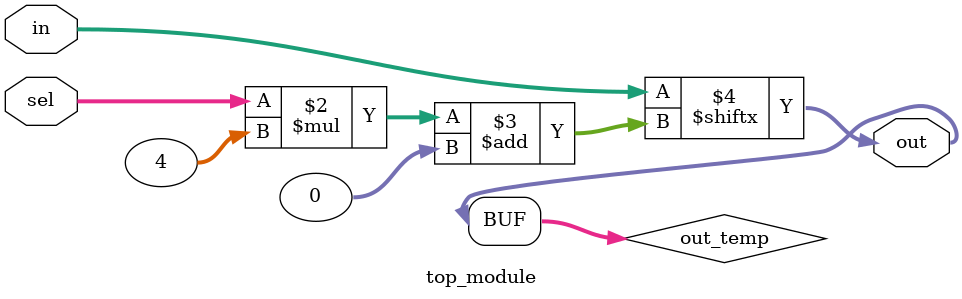
<source format=sv>
module top_module (
    input [1023:0] in,
    input [7:0] sel,
    output [3:0] out
);
    reg [3:0] out_temp;
    
    always @(sel, in) begin
        out_temp = in[sel * 4 +: 4];
    end
    
    assign out = out_temp;
    
endmodule

</source>
